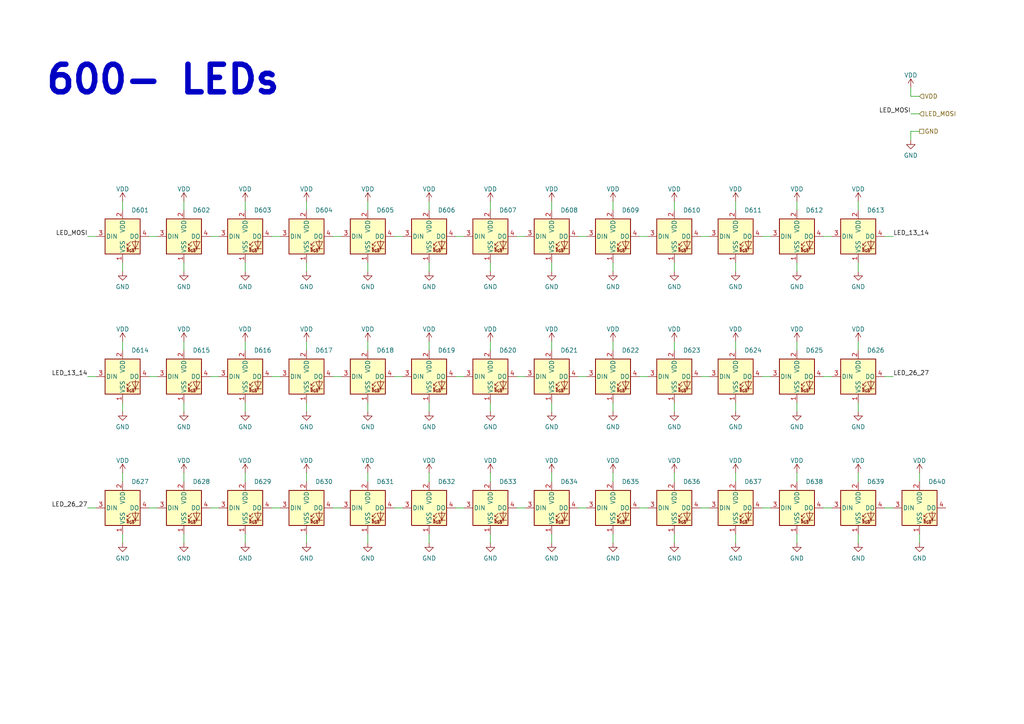
<source format=kicad_sch>
(kicad_sch (version 20230121) (generator eeschema)
  (paper "A4")
  (title_block (title "PMK_Keyboard") (date "2023-02-06") (rev "HW00") (company "PumaCorp") (comment 1 "Design by: NdG"))
  (lib_symbols
    (symbol "Component lib:YF923_2020_WS2812_LED" (pin_names (offset 0.254))
      (property "Reference" "D" (at 5.08 5.715 0))
      (property "Value" "YF923_2020_WS2812_LED" (at 1.27 -5.715 0))
      (symbol "YF923_2020_WS2812_LED_0_0"
        (text "RGB" (at 2.286 -4.191 0) (effects (font (size 0.762 0.762))))
      )
      (symbol "YF923_2020_WS2812_LED_0_1"
        (polyline (pts (xy 1.27 -3.556) (xy 1.778 -3.556)))
        (polyline (pts (xy 1.27 -2.54) (xy 1.778 -2.54)))
        (polyline (pts (xy 4.699 -3.556) (xy 2.667 -3.556)))
        (polyline (pts (xy 2.286 -2.54) (xy 1.27 -3.556) (xy 1.27 -3.048)))
        (polyline (pts (xy 2.286 -1.524) (xy 1.27 -2.54) (xy 1.27 -2.032)))
        (polyline (pts (xy 3.683 -1.016) (xy 3.683 -3.556) (xy 3.683 -4.064)))
        (polyline (pts (xy 4.699 -1.524) (xy 2.667 -1.524) (xy 3.683 -3.556) (xy 4.699 -1.524)))
        (rectangle (start 5.08 5.08) (end -5.08 -5.08) (stroke (width 0.254)) (fill (type background)))
      )
      (symbol "YF923_2020_WS2812_LED_1_1"
        (pin power_in line (at 0 -7.62 90) (length 2.54) (name "VSS") (number "1"))
        (pin power_in line (at 0 7.62 270) (length 2.54) (name "VDD") (number "2"))
        (pin input line (at -7.62 0 0) (length 2.54) (name "DIN") (number "3"))
        (pin output line (at 7.62 0 180) (length 2.54) (name "DO") (number "4"))
      )
    )
    (symbol "power:GND" (power) (pin_names (offset 0))
      (property "Value" "GND" (at 0 -3.81 0))
      (symbol "GND_0_1"
        (polyline (pts (xy 0 0) (xy 0 -1.27) (xy 1.27 -1.27) (xy 0 -2.54) (xy -1.27 -1.27) (xy 0 -1.27)))
      )
      (symbol "GND_1_1"
        (pin power_in line (at 0 0 270) (length 0) hide (name "GND") (number "1"))
      )
    )
    (symbol "power:VDD" (power) (pin_names (offset 0))
      (property "Value" "VDD" (at 0 3.81 0))
      (symbol "VDD_0_1"
        (polyline (pts (xy -0.762 1.27) (xy 0 2.54)))
        (polyline (pts (xy 0 0) (xy 0 2.54)))
        (polyline (pts (xy 0 2.54) (xy 0.762 1.27)))
      )
      (symbol "VDD_1_1"
        (pin power_in line (at 0 0 90) (length 0) hide (name "VDD") (number "1"))
      )
    )
  )
  (wire (pts (xy 142.24 76.2) (xy 142.24 78.74)))
  (wire (pts (xy 149.86 109.22) (xy 152.4 109.22)))
  (wire (pts (xy 124.46 99.06) (xy 124.46 101.6)))
  (wire (pts (xy 238.76 147.32) (xy 241.3 147.32)))
  (wire (pts (xy 88.9 99.06) (xy 88.9 101.6)))
  (wire (pts (xy 35.56 58.42) (xy 35.56 60.96)))
  (wire (pts (xy 231.14 58.42) (xy 231.14 60.96)))
  (wire (pts (xy 124.46 137.16) (xy 124.46 139.7)))
  (wire (pts (xy 231.14 137.16) (xy 231.14 139.7)))
  (wire (pts (xy 213.36 99.06) (xy 213.36 101.6)))
  (wire (pts (xy 132.08 68.58) (xy 134.62 68.58)))
  (wire (pts (xy 195.58 99.06) (xy 195.58 101.6)))
  (wire (pts (xy 177.8 137.16) (xy 177.8 139.7)))
  (wire (pts (xy 160.02 154.94) (xy 160.02 157.48)))
  (wire (pts (xy 213.36 58.42) (xy 213.36 60.96)))
  (wire (pts (xy 35.56 76.2) (xy 35.56 78.74)))
  (wire (pts (xy 195.58 116.84) (xy 195.58 119.38)))
  (wire (pts (xy 167.64 147.32) (xy 170.18 147.32)))
  (wire (pts (xy 114.3 109.22) (xy 116.84 109.22)))
  (wire (pts (xy 71.12 116.84) (xy 71.12 119.38)))
  (wire (pts (xy 203.2 109.22) (xy 205.74 109.22)))
  (wire (pts (xy 106.68 76.2) (xy 106.68 78.74)))
  (wire (pts (xy 106.68 154.94) (xy 106.68 157.48)))
  (wire (pts (xy 203.2 68.58) (xy 205.74 68.58)))
  (wire (pts (xy 149.86 147.32) (xy 152.4 147.32)))
  (wire (pts (xy 167.64 109.22) (xy 170.18 109.22)))
  (wire (pts (xy 96.52 147.32) (xy 99.06 147.32)))
  (wire (pts (xy 203.2 147.32) (xy 205.74 147.32)))
  (wire (pts (xy 71.12 76.2) (xy 71.12 78.74)))
  (wire (pts (xy 264.16 40.64) (xy 264.16 38.1)))
  (wire (pts (xy 88.9 76.2) (xy 88.9 78.74)))
  (wire (pts (xy 185.42 68.58) (xy 187.96 68.58)))
  (wire (pts (xy 114.3 147.32) (xy 116.84 147.32)))
  (wire (pts (xy 160.02 58.42) (xy 160.02 60.96)))
  (wire (pts (xy 88.9 154.94) (xy 88.9 157.48)))
  (wire (pts (xy 60.96 68.58) (xy 63.5 68.58)))
  (wire (pts (xy 231.14 99.06) (xy 231.14 101.6)))
  (wire (pts (xy 264.16 27.94) (xy 266.7 27.94)))
  (wire (pts (xy 256.54 109.22) (xy 259.08 109.22)))
  (wire (pts (xy 167.64 68.58) (xy 170.18 68.58)))
  (wire (pts (xy 195.58 137.16) (xy 195.58 139.7)))
  (wire (pts (xy 43.18 109.22) (xy 45.72 109.22)))
  (wire (pts (xy 142.24 137.16) (xy 142.24 139.7)))
  (wire (pts (xy 88.9 58.42) (xy 88.9 60.96)))
  (wire (pts (xy 195.58 154.94) (xy 195.58 157.48)))
  (wire (pts (xy 256.54 147.32) (xy 259.08 147.32)))
  (wire (pts (xy 96.52 68.58) (xy 99.06 68.58)))
  (wire (pts (xy 142.24 99.06) (xy 142.24 101.6)))
  (wire (pts (xy 53.34 116.84) (xy 53.34 119.38)))
  (wire (pts (xy 160.02 137.16) (xy 160.02 139.7)))
  (wire (pts (xy 213.36 116.84) (xy 213.36 119.38)))
  (wire (pts (xy 106.68 137.16) (xy 106.68 139.7)))
  (wire (pts (xy 35.56 99.06) (xy 35.56 101.6)))
  (wire (pts (xy 53.34 99.06) (xy 53.34 101.6)))
  (wire (pts (xy 35.56 154.94) (xy 35.56 157.48)))
  (wire (pts (xy 71.12 137.16) (xy 71.12 139.7)))
  (wire (pts (xy 177.8 58.42) (xy 177.8 60.96)))
  (wire (pts (xy 88.9 137.16) (xy 88.9 139.7)))
  (wire (pts (xy 195.58 76.2) (xy 195.58 78.74)))
  (wire (pts (xy 213.36 154.94) (xy 213.36 157.48)))
  (wire (pts (xy 106.68 99.06) (xy 106.68 101.6)))
  (wire (pts (xy 71.12 58.42) (xy 71.12 60.96)))
  (wire (pts (xy 53.34 76.2) (xy 53.34 78.74)))
  (wire (pts (xy 238.76 68.58) (xy 241.3 68.58)))
  (wire (pts (xy 142.24 154.94) (xy 142.24 157.48)))
  (wire (pts (xy 114.3 68.58) (xy 116.84 68.58)))
  (wire (pts (xy 25.4 147.32) (xy 27.94 147.32)))
  (wire (pts (xy 132.08 147.32) (xy 134.62 147.32)))
  (wire (pts (xy 35.56 137.16) (xy 35.56 139.7)))
  (wire (pts (xy 195.58 58.42) (xy 195.58 60.96)))
  (wire (pts (xy 264.16 33.02) (xy 266.7 33.02)))
  (wire (pts (xy 231.14 116.84) (xy 231.14 119.38)))
  (wire (pts (xy 248.92 76.2) (xy 248.92 78.74)))
  (wire (pts (xy 35.56 116.84) (xy 35.56 119.38)))
  (wire (pts (xy 160.02 76.2) (xy 160.02 78.74)))
  (wire (pts (xy 60.96 147.32) (xy 63.5 147.32)))
  (wire (pts (xy 264.16 38.1) (xy 266.7 38.1)))
  (wire (pts (xy 88.9 116.84) (xy 88.9 119.38)))
  (wire (pts (xy 266.7 137.16) (xy 266.7 139.7)))
  (wire (pts (xy 264.16 25.4) (xy 264.16 27.94)))
  (wire (pts (xy 71.12 99.06) (xy 71.12 101.6)))
  (wire (pts (xy 213.36 76.2) (xy 213.36 78.74)))
  (wire (pts (xy 248.92 154.94) (xy 248.92 157.48)))
  (wire (pts (xy 266.7 154.94) (xy 266.7 157.48)))
  (wire (pts (xy 124.46 116.84) (xy 124.46 119.38)))
  (wire (pts (xy 53.34 58.42) (xy 53.34 60.96)))
  (wire (pts (xy 124.46 76.2) (xy 124.46 78.74)))
  (wire (pts (xy 106.68 116.84) (xy 106.68 119.38)))
  (wire (pts (xy 78.74 68.58) (xy 81.28 68.58)))
  (wire (pts (xy 231.14 76.2) (xy 231.14 78.74)))
  (wire (pts (xy 177.8 116.84) (xy 177.8 119.38)))
  (wire (pts (xy 185.42 147.32) (xy 187.96 147.32)))
  (wire (pts (xy 60.96 109.22) (xy 63.5 109.22)))
  (wire (pts (xy 231.14 154.94) (xy 231.14 157.48)))
  (wire (pts (xy 185.42 109.22) (xy 187.96 109.22)))
  (wire (pts (xy 96.52 109.22) (xy 99.06 109.22)))
  (wire (pts (xy 160.02 116.84) (xy 160.02 119.38)))
  (wire (pts (xy 238.76 109.22) (xy 241.3 109.22)))
  (wire (pts (xy 43.18 147.32) (xy 45.72 147.32)))
  (wire (pts (xy 160.02 99.06) (xy 160.02 101.6)))
  (wire (pts (xy 25.4 109.22) (xy 27.94 109.22)))
  (wire (pts (xy 25.4 68.58) (xy 27.94 68.58)))
  (wire (pts (xy 220.98 147.32) (xy 223.52 147.32)))
  (wire (pts (xy 124.46 154.94) (xy 124.46 157.48)))
  (wire (pts (xy 132.08 109.22) (xy 134.62 109.22)))
  (wire (pts (xy 149.86 68.58) (xy 152.4 68.58)))
  (wire (pts (xy 248.92 137.16) (xy 248.92 139.7)))
  (wire (pts (xy 53.34 154.94) (xy 53.34 157.48)))
  (wire (pts (xy 142.24 58.42) (xy 142.24 60.96)))
  (wire (pts (xy 142.24 116.84) (xy 142.24 119.38)))
  (wire (pts (xy 256.54 68.58) (xy 259.08 68.58)))
  (wire (pts (xy 43.18 68.58) (xy 45.72 68.58)))
  (wire (pts (xy 177.8 154.94) (xy 177.8 157.48)))
  (wire (pts (xy 53.34 137.16) (xy 53.34 139.7)))
  (wire (pts (xy 71.12 154.94) (xy 71.12 157.48)))
  (wire (pts (xy 124.46 58.42) (xy 124.46 60.96)))
  (wire (pts (xy 177.8 76.2) (xy 177.8 78.74)))
  (wire (pts (xy 248.92 58.42) (xy 248.92 60.96)))
  (wire (pts (xy 248.92 116.84) (xy 248.92 119.38)))
  (wire (pts (xy 248.92 99.06) (xy 248.92 101.6)))
  (wire (pts (xy 220.98 68.58) (xy 223.52 68.58)))
  (wire (pts (xy 78.74 147.32) (xy 81.28 147.32)))
  (wire (pts (xy 177.8 99.06) (xy 177.8 101.6)))
  (wire (pts (xy 220.98 109.22) (xy 223.52 109.22)))
  (wire (pts (xy 213.36 137.16) (xy 213.36 139.7)))
  (wire (pts (xy 78.74 109.22) (xy 81.28 109.22)))
  (wire (pts (xy 106.68 58.42) (xy 106.68 60.96)))
  (text "600- LEDs" (at 12.7 27.94 0) (effects (font (size 8 8) bold) (justify left bottom)))
  (label "LED_13_14" (at 259.08 68.58 0))
  (label "LED_26_27" (at 259.08 109.22 0))
  (label "LED_13_14" (at 25.4 109.22 180))
  (label "LED_MOSI" (at 264.16 33.02 180))
  (label "LED_MOSI" (at 25.4 68.58 180))
  (label "LED_26_27" (at 25.4 147.32 180))
  (hierarchical_label "LED_MOSI" (shape input) (at 266.7 33.02 0))
  (hierarchical_label "VDD" (shape input) (at 266.7 27.94 0))
  (hierarchical_label "GND" (shape passive) (at 266.7 38.1 0))
  (symbol (lib_id "power:VDD") (at 124.46 137.16 0) (unit 1)
    (property "Reference" "#PWR0660" (effects hide))
    (property "Value" "VDD" (at 124.46 133.5842 0))
  )
  (symbol (lib_id "power:VDD") (at 35.56 137.16 0) (unit 1)
    (property "Reference" "#PWR0655" (effects hide))
    (property "Value" "VDD" (at 35.56 133.5842 0))
  )
  (symbol (lib_id "power:GND") (at 142.24 119.38 0) (unit 1)
    (property "Reference" "#PWR0648" (effects hide))
    (property "Value" "GND" (at 142.24 123.8234 0))
  )
  (symbol (lib_id "power:VDD") (at 142.24 99.06 0) (unit 1)
    (property "Reference" "#PWR0635" (effects hide))
    (property "Value" "VDD" (at 142.24 95.4842 0))
  )
  (symbol (lib_id "power:GND") (at 124.46 157.48 0) (unit 1)
    (property "Reference" "#PWR0674" (effects hide))
    (property "Value" "GND" (at 124.46 161.9234 0))
  )
  (symbol (lib_id "Component lib:YF923_2020_WS2812_LED") (at 106.68 68.58 0) (unit 1)
    (property "Reference" "D605" (at 111.76 60.96 0))
    (property "Value" "YF923_2020_WS2812_LED" (effects hide))
    (property "Footprint" "Component_lib:YF923_2020_WS2812_LED_DUALSIDE" (effects hide))
    (property "Datasheet" "https://fr.aliexpress.com/item/4000770210584.html?spm=a2g0o.order_list.order_list_main.4.702f5e5bJqEWkF&gatewayAdapt=glo2fra" (effects hide))
  )
  (symbol (lib_id "power:VDD") (at 35.56 58.42 0) (unit 1)
    (property "Reference" "#PWR0603" (effects hide))
    (property "Value" "VDD" (at 35.56 54.8442 0))
  )
  (symbol (lib_id "power:GND") (at 71.12 157.48 0) (unit 1)
    (property "Reference" "#PWR0671" (effects hide))
    (property "Value" "GND" (at 71.12 161.9234 0))
  )
  (symbol (lib_id "power:VDD") (at 71.12 58.42 0) (unit 1)
    (property "Reference" "#PWR0605" (effects hide))
    (property "Value" "VDD" (at 71.12 54.8442 0))
  )
  (symbol (lib_id "power:GND") (at 106.68 157.48 0) (unit 1)
    (property "Reference" "#PWR0673" (effects hide))
    (property "Value" "GND" (at 106.68 161.9234 0))
  )
  (symbol (lib_id "power:GND") (at 195.58 157.48 0) (unit 1)
    (property "Reference" "#PWR0678" (effects hide))
    (property "Value" "GND" (at 195.58 161.9234 0))
  )
  (symbol (lib_id "Component lib:YF923_2020_WS2812_LED") (at 195.58 68.58 0) (unit 1)
    (property "Reference" "D610" (at 200.66 60.96 0))
    (property "Value" "YF923_2020_WS2812_LED" (effects hide))
    (property "Footprint" "Component_lib:YF923_2020_WS2812_LED_DUALSIDE" (effects hide))
    (property "Datasheet" "https://fr.aliexpress.com/item/4000770210584.html?spm=a2g0o.order_list.order_list_main.4.702f5e5bJqEWkF&gatewayAdapt=glo2fra" (effects hide))
  )
  (symbol (lib_id "Component lib:YF923_2020_WS2812_LED") (at 177.8 68.58 0) (unit 1)
    (property "Reference" "D609" (at 182.88 60.96 0))
    (property "Value" "YF923_2020_WS2812_LED" (effects hide))
    (property "Footprint" "Component_lib:YF923_2020_WS2812_LED_DUALSIDE" (effects hide))
    (property "Datasheet" "https://fr.aliexpress.com/item/4000770210584.html?spm=a2g0o.order_list.order_list_main.4.702f5e5bJqEWkF&gatewayAdapt=glo2fra" (effects hide))
  )
  (symbol (lib_id "Component lib:YF923_2020_WS2812_LED") (at 177.8 109.22 0) (unit 1)
    (property "Reference" "D622" (at 182.88 101.6 0))
    (property "Value" "YF923_2020_WS2812_LED" (effects hide))
    (property "Footprint" "Component_lib:YF923_2020_WS2812_LED_DUALSIDE" (effects hide))
    (property "Datasheet" "https://fr.aliexpress.com/item/4000770210584.html?spm=a2g0o.order_list.order_list_main.4.702f5e5bJqEWkF&gatewayAdapt=glo2fra" (effects hide))
  )
  (symbol (lib_id "power:VDD") (at 124.46 58.42 0) (unit 1)
    (property "Reference" "#PWR0608" (effects hide))
    (property "Value" "VDD" (at 124.46 54.8442 0))
  )
  (symbol (lib_id "Component lib:YF923_2020_WS2812_LED") (at 177.8 147.32 0) (unit 1)
    (property "Reference" "D635" (at 182.88 139.7 0))
    (property "Value" "YF923_2020_WS2812_LED" (effects hide))
    (property "Footprint" "Component_lib:YF923_2020_WS2812_LED_DUALSIDE" (effects hide))
    (property "Datasheet" "https://fr.aliexpress.com/item/4000770210584.html?spm=a2g0o.order_list.order_list_main.4.702f5e5bJqEWkF&gatewayAdapt=glo2fra" (effects hide))
  )
  (symbol (lib_id "Component lib:YF923_2020_WS2812_LED") (at 160.02 109.22 0) (unit 1)
    (property "Reference" "D621" (at 165.1 101.6 0))
    (property "Value" "YF923_2020_WS2812_LED" (effects hide))
    (property "Footprint" "Component_lib:YF923_2020_WS2812_LED_DUALSIDE" (effects hide))
    (property "Datasheet" "https://fr.aliexpress.com/item/4000770210584.html?spm=a2g0o.order_list.order_list_main.4.702f5e5bJqEWkF&gatewayAdapt=glo2fra" (effects hide))
  )
  (symbol (lib_id "Component lib:YF923_2020_WS2812_LED") (at 142.24 68.58 0) (unit 1)
    (property "Reference" "D607" (at 147.32 60.96 0))
    (property "Value" "YF923_2020_WS2812_LED" (effects hide))
    (property "Footprint" "Component_lib:YF923_2020_WS2812_LED_DUALSIDE" (effects hide))
    (property "Datasheet" "https://fr.aliexpress.com/item/4000770210584.html?spm=a2g0o.order_list.order_list_main.4.702f5e5bJqEWkF&gatewayAdapt=glo2fra" (effects hide))
  )
  (symbol (lib_id "power:GND") (at 53.34 157.48 0) (unit 1)
    (property "Reference" "#PWR0670" (effects hide))
    (property "Value" "GND" (at 53.34 161.9234 0))
  )
  (symbol (lib_id "Component lib:YF923_2020_WS2812_LED") (at 106.68 147.32 0) (unit 1)
    (property "Reference" "D631" (at 111.76 139.7 0))
    (property "Value" "YF923_2020_WS2812_LED" (effects hide))
    (property "Footprint" "Component_lib:YF923_2020_WS2812_LED_DUALSIDE" (effects hide))
    (property "Datasheet" "https://fr.aliexpress.com/item/4000770210584.html?spm=a2g0o.order_list.order_list_main.4.702f5e5bJqEWkF&gatewayAdapt=glo2fra" (effects hide))
  )
  (symbol (lib_id "Component lib:YF923_2020_WS2812_LED") (at 248.92 109.22 0) (unit 1)
    (property "Reference" "D626" (at 254 101.6 0))
    (property "Value" "YF923_2020_WS2812_LED" (effects hide))
    (property "Footprint" "Component_lib:YF923_2020_WS2812_LED_DUALSIDE" (effects hide))
    (property "Datasheet" "https://fr.aliexpress.com/item/4000770210584.html?spm=a2g0o.order_list.order_list_main.4.702f5e5bJqEWkF&gatewayAdapt=glo2fra" (effects hide))
  )
  (symbol (lib_id "power:GND") (at 88.9 157.48 0) (unit 1)
    (property "Reference" "#PWR0672" (effects hide))
    (property "Value" "GND" (at 88.9 161.9234 0))
  )
  (symbol (lib_id "Component lib:YF923_2020_WS2812_LED") (at 160.02 68.58 0) (unit 1)
    (property "Reference" "D608" (at 165.1 60.96 0))
    (property "Value" "YF923_2020_WS2812_LED" (effects hide))
    (property "Footprint" "Component_lib:YF923_2020_WS2812_LED_DUALSIDE" (effects hide))
    (property "Datasheet" "https://fr.aliexpress.com/item/4000770210584.html?spm=a2g0o.order_list.order_list_main.4.702f5e5bJqEWkF&gatewayAdapt=glo2fra" (effects hide))
  )
  (symbol (lib_id "power:GND") (at 124.46 119.38 0) (unit 1)
    (property "Reference" "#PWR0647" (effects hide))
    (property "Value" "GND" (at 124.46 123.8234 0))
  )
  (symbol (lib_id "Component lib:YF923_2020_WS2812_LED") (at 248.92 68.58 0) (unit 1)
    (property "Reference" "D613" (at 254 60.96 0))
    (property "Value" "YF923_2020_WS2812_LED" (effects hide))
    (property "Footprint" "Component_lib:YF923_2020_WS2812_LED_DUALSIDE" (effects hide))
    (property "Datasheet" "https://fr.aliexpress.com/item/4000770210584.html?spm=a2g0o.order_list.order_list_main.4.702f5e5bJqEWkF&gatewayAdapt=glo2fra" (effects hide))
  )
  (symbol (lib_id "Component lib:YF923_2020_WS2812_LED") (at 248.92 147.32 0) (unit 1)
    (property "Reference" "D639" (at 254 139.7 0))
    (property "Value" "YF923_2020_WS2812_LED" (effects hide))
    (property "Footprint" "Component_lib:YF923_2020_WS2812_LED_DUALSIDE" (effects hide))
    (property "Datasheet" "https://fr.aliexpress.com/item/4000770210584.html?spm=a2g0o.order_list.order_list_main.4.702f5e5bJqEWkF&gatewayAdapt=glo2fra" (effects hide))
  )
  (symbol (lib_id "power:VDD") (at 248.92 58.42 0) (unit 1)
    (property "Reference" "#PWR0615" (effects hide))
    (property "Value" "VDD" (at 248.92 54.8442 0))
  )
  (symbol (lib_id "Component lib:YF923_2020_WS2812_LED") (at 231.14 147.32 0) (unit 1)
    (property "Reference" "D638" (at 236.22 139.7 0))
    (property "Value" "YF923_2020_WS2812_LED" (effects hide))
    (property "Footprint" "Component_lib:YF923_2020_WS2812_LED_DUALSIDE" (effects hide))
    (property "Datasheet" "https://fr.aliexpress.com/item/4000770210584.html?spm=a2g0o.order_list.order_list_main.4.702f5e5bJqEWkF&gatewayAdapt=glo2fra" (effects hide))
  )
  (symbol (lib_id "power:VDD") (at 53.34 137.16 0) (unit 1)
    (property "Reference" "#PWR0656" (effects hide))
    (property "Value" "VDD" (at 53.34 133.5842 0))
  )
  (symbol (lib_id "Component lib:YF923_2020_WS2812_LED") (at 160.02 147.32 0) (unit 1)
    (property "Reference" "D634" (at 165.1 139.7 0))
    (property "Value" "YF923_2020_WS2812_LED" (effects hide))
    (property "Footprint" "Component_lib:YF923_2020_WS2812_LED_DUALSIDE" (effects hide))
    (property "Datasheet" "https://fr.aliexpress.com/item/4000770210584.html?spm=a2g0o.order_list.order_list_main.4.702f5e5bJqEWkF&gatewayAdapt=glo2fra" (effects hide))
  )
  (symbol (lib_id "power:GND") (at 142.24 157.48 0) (unit 1)
    (property "Reference" "#PWR0675" (effects hide))
    (property "Value" "GND" (at 142.24 161.9234 0))
  )
  (symbol (lib_id "Component lib:YF923_2020_WS2812_LED") (at 124.46 147.32 0) (unit 1)
    (property "Reference" "D632" (at 129.54 139.7 0))
    (property "Value" "YF923_2020_WS2812_LED" (effects hide))
    (property "Footprint" "Component_lib:YF923_2020_WS2812_LED_DUALSIDE" (effects hide))
    (property "Datasheet" "https://fr.aliexpress.com/item/4000770210584.html?spm=a2g0o.order_list.order_list_main.4.702f5e5bJqEWkF&gatewayAdapt=glo2fra" (effects hide))
  )
  (symbol (lib_id "power:VDD") (at 35.56 99.06 0) (unit 1)
    (property "Reference" "#PWR0629" (effects hide))
    (property "Value" "VDD" (at 35.56 95.4842 0))
  )
  (symbol (lib_id "Component lib:YF923_2020_WS2812_LED") (at 71.12 147.32 0) (unit 1)
    (property "Reference" "D629" (at 76.2 139.7 0))
    (property "Value" "YF923_2020_WS2812_LED" (effects hide))
    (property "Footprint" "Component_lib:YF923_2020_WS2812_LED_DUALSIDE" (effects hide))
    (property "Datasheet" "https://fr.aliexpress.com/item/4000770210584.html?spm=a2g0o.order_list.order_list_main.4.702f5e5bJqEWkF&gatewayAdapt=glo2fra" (effects hide))
  )
  (symbol (lib_id "power:VDD") (at 264.16 25.4 0) (unit 1)
    (property "Reference" "#PWR0601" (effects hide))
    (property "Value" "VDD" (at 264.16 21.8242 0))
  )
  (symbol (lib_id "power:GND") (at 248.92 157.48 0) (unit 1)
    (property "Reference" "#PWR0681" (effects hide))
    (property "Value" "GND" (at 248.92 161.9234 0))
  )
  (symbol (lib_id "power:VDD") (at 124.46 99.06 0) (unit 1)
    (property "Reference" "#PWR0634" (effects hide))
    (property "Value" "VDD" (at 124.46 95.4842 0))
  )
  (symbol (lib_id "Component lib:YF923_2020_WS2812_LED") (at 35.56 109.22 0) (unit 1)
    (property "Reference" "D614" (at 40.64 101.6 0))
    (property "Value" "YF923_2020_WS2812_LED" (effects hide))
    (property "Footprint" "Component_lib:YF923_2020_WS2812_LED_DUALSIDE" (effects hide))
    (property "Datasheet" "https://fr.aliexpress.com/item/4000770210584.html?spm=a2g0o.order_list.order_list_main.4.702f5e5bJqEWkF&gatewayAdapt=glo2fra" (effects hide))
  )
  (symbol (lib_id "power:GND") (at 35.56 119.38 0) (unit 1)
    (property "Reference" "#PWR0642" (effects hide))
    (property "Value" "GND" (at 35.56 123.8234 0))
  )
  (symbol (lib_id "power:GND") (at 266.7 157.48 0) (unit 1)
    (property "Reference" "#PWR0682" (effects hide))
    (property "Value" "GND" (at 266.7 161.9234 0))
  )
  (symbol (lib_id "power:VDD") (at 231.14 137.16 0) (unit 1)
    (property "Reference" "#PWR0666" (effects hide))
    (property "Value" "VDD" (at 231.14 133.5842 0))
  )
  (symbol (lib_id "Component lib:YF923_2020_WS2812_LED") (at 106.68 109.22 0) (unit 1)
    (property "Reference" "D618" (at 111.76 101.6 0))
    (property "Value" "YF923_2020_WS2812_LED" (effects hide))
    (property "Footprint" "Component_lib:YF923_2020_WS2812_LED_DUALSIDE" (effects hide))
    (property "Datasheet" "https://fr.aliexpress.com/item/4000770210584.html?spm=a2g0o.order_list.order_list_main.4.702f5e5bJqEWkF&gatewayAdapt=glo2fra" (effects hide))
  )
  (symbol (lib_id "Component lib:YF923_2020_WS2812_LED") (at 88.9 68.58 0) (unit 1)
    (property "Reference" "D604" (at 93.98 60.96 0))
    (property "Value" "YF923_2020_WS2812_LED" (effects hide))
    (property "Footprint" "Component_lib:YF923_2020_WS2812_LED_DUALSIDE" (effects hide))
    (property "Datasheet" "https://fr.aliexpress.com/item/4000770210584.html?spm=a2g0o.order_list.order_list_main.4.702f5e5bJqEWkF&gatewayAdapt=glo2fra" (effects hide))
  )
  (symbol (lib_id "power:GND") (at 264.16 40.64 0) (unit 1)
    (property "Reference" "#PWR0602" (effects hide))
    (property "Value" "GND" (at 264.16 45.0834 0))
  )
  (symbol (lib_id "power:GND") (at 177.8 157.48 0) (unit 1)
    (property "Reference" "#PWR0677" (effects hide))
    (property "Value" "GND" (at 177.8 161.9234 0))
  )
  (symbol (lib_id "power:GND") (at 124.46 78.74 0) (unit 1)
    (property "Reference" "#PWR0621" (effects hide))
    (property "Value" "GND" (at 124.46 83.1834 0))
  )
  (symbol (lib_id "power:VDD") (at 195.58 99.06 0) (unit 1)
    (property "Reference" "#PWR0638" (effects hide))
    (property "Value" "VDD" (at 195.58 95.4842 0))
  )
  (symbol (lib_id "Component lib:YF923_2020_WS2812_LED") (at 71.12 109.22 0) (unit 1)
    (property "Reference" "D616" (at 76.2 101.6 0))
    (property "Value" "YF923_2020_WS2812_LED" (effects hide))
    (property "Footprint" "Component_lib:YF923_2020_WS2812_LED_DUALSIDE" (effects hide))
    (property "Datasheet" "https://fr.aliexpress.com/item/4000770210584.html?spm=a2g0o.order_list.order_list_main.4.702f5e5bJqEWkF&gatewayAdapt=glo2fra" (effects hide))
  )
  (symbol (lib_id "power:GND") (at 195.58 119.38 0) (unit 1)
    (property "Reference" "#PWR0651" (effects hide))
    (property "Value" "GND" (at 195.58 123.8234 0))
  )
  (symbol (lib_id "Component lib:YF923_2020_WS2812_LED") (at 142.24 147.32 0) (unit 1)
    (property "Reference" "D633" (at 147.32 139.7 0))
    (property "Value" "YF923_2020_WS2812_LED" (effects hide))
    (property "Footprint" "Component_lib:YF923_2020_WS2812_LED_DUALSIDE" (effects hide))
    (property "Datasheet" "https://fr.aliexpress.com/item/4000770210584.html?spm=a2g0o.order_list.order_list_main.4.702f5e5bJqEWkF&gatewayAdapt=glo2fra" (effects hide))
  )
  (symbol (lib_id "power:GND") (at 53.34 119.38 0) (unit 1)
    (property "Reference" "#PWR0643" (effects hide))
    (property "Value" "GND" (at 53.34 123.8234 0))
  )
  (symbol (lib_id "Component lib:YF923_2020_WS2812_LED") (at 213.36 109.22 0) (unit 1)
    (property "Reference" "D624" (at 218.44 101.6 0))
    (property "Value" "YF923_2020_WS2812_LED" (effects hide))
    (property "Footprint" "Component_lib:YF923_2020_WS2812_LED_DUALSIDE" (effects hide))
    (property "Datasheet" "https://fr.aliexpress.com/item/4000770210584.html?spm=a2g0o.order_list.order_list_main.4.702f5e5bJqEWkF&gatewayAdapt=glo2fra" (effects hide))
  )
  (symbol (lib_id "power:VDD") (at 248.92 137.16 0) (unit 1)
    (property "Reference" "#PWR0667" (effects hide))
    (property "Value" "VDD" (at 248.92 133.5842 0))
  )
  (symbol (lib_id "Component lib:YF923_2020_WS2812_LED") (at 231.14 68.58 0) (unit 1)
    (property "Reference" "D612" (at 236.22 60.96 0))
    (property "Value" "YF923_2020_WS2812_LED" (effects hide))
    (property "Footprint" "Component_lib:YF923_2020_WS2812_LED_DUALSIDE" (effects hide))
    (property "Datasheet" "https://fr.aliexpress.com/item/4000770210584.html?spm=a2g0o.order_list.order_list_main.4.702f5e5bJqEWkF&gatewayAdapt=glo2fra" (effects hide))
  )
  (symbol (lib_id "Component lib:YF923_2020_WS2812_LED") (at 124.46 109.22 0) (unit 1)
    (property "Reference" "D619" (at 129.54 101.6 0))
    (property "Value" "YF923_2020_WS2812_LED" (effects hide))
    (property "Footprint" "Component_lib:YF923_2020_WS2812_LED_DUALSIDE" (effects hide))
    (property "Datasheet" "https://fr.aliexpress.com/item/4000770210584.html?spm=a2g0o.order_list.order_list_main.4.702f5e5bJqEWkF&gatewayAdapt=glo2fra" (effects hide))
  )
  (symbol (lib_id "power:GND") (at 231.14 78.74 0) (unit 1)
    (property "Reference" "#PWR0627" (effects hide))
    (property "Value" "GND" (at 231.14 83.1834 0))
  )
  (symbol (lib_id "power:VDD") (at 195.58 58.42 0) (unit 1)
    (property "Reference" "#PWR0612" (effects hide))
    (property "Value" "VDD" (at 195.58 54.8442 0))
  )
  (symbol (lib_id "Component lib:YF923_2020_WS2812_LED") (at 142.24 109.22 0) (unit 1)
    (property "Reference" "D620" (at 147.32 101.6 0))
    (property "Value" "YF923_2020_WS2812_LED" (effects hide))
    (property "Footprint" "Component_lib:YF923_2020_WS2812_LED_DUALSIDE" (effects hide))
    (property "Datasheet" "https://fr.aliexpress.com/item/4000770210584.html?spm=a2g0o.order_list.order_list_main.4.702f5e5bJqEWkF&gatewayAdapt=glo2fra" (effects hide))
  )
  (symbol (lib_id "power:GND") (at 177.8 78.74 0) (unit 1)
    (property "Reference" "#PWR0624" (effects hide))
    (property "Value" "GND" (at 177.8 83.1834 0))
  )
  (symbol (lib_id "power:VDD") (at 106.68 58.42 0) (unit 1)
    (property "Reference" "#PWR0607" (effects hide))
    (property "Value" "VDD" (at 106.68 54.8442 0))
  )
  (symbol (lib_id "power:VDD") (at 88.9 99.06 0) (unit 1)
    (property "Reference" "#PWR0632" (effects hide))
    (property "Value" "VDD" (at 88.9 95.4842 0))
  )
  (symbol (lib_id "Component lib:YF923_2020_WS2812_LED") (at 213.36 68.58 0) (unit 1)
    (property "Reference" "D611" (at 218.44 60.96 0))
    (property "Value" "YF923_2020_WS2812_LED" (effects hide))
    (property "Footprint" "Component_lib:YF923_2020_WS2812_LED_DUALSIDE" (effects hide))
    (property "Datasheet" "https://fr.aliexpress.com/item/4000770210584.html?spm=a2g0o.order_list.order_list_main.4.702f5e5bJqEWkF&gatewayAdapt=glo2fra" (effects hide))
  )
  (symbol (lib_id "power:GND") (at 177.8 119.38 0) (unit 1)
    (property "Reference" "#PWR0650" (effects hide))
    (property "Value" "GND" (at 177.8 123.8234 0))
  )
  (symbol (lib_id "power:VDD") (at 266.7 137.16 0) (unit 1)
    (property "Reference" "#PWR0668" (effects hide))
    (property "Value" "VDD" (at 266.7 133.5842 0))
  )
  (symbol (lib_id "power:VDD") (at 213.36 58.42 0) (unit 1)
    (property "Reference" "#PWR0613" (effects hide))
    (property "Value" "VDD" (at 213.36 54.8442 0))
  )
  (symbol (lib_id "Component lib:YF923_2020_WS2812_LED") (at 53.34 68.58 0) (unit 1)
    (property "Reference" "D602" (at 58.42 60.96 0))
    (property "Value" "YF923_2020_WS2812_LED" (effects hide))
    (property "Footprint" "Component_lib:YF923_2020_WS2812_LED_DUALSIDE" (effects hide))
    (property "Datasheet" "https://fr.aliexpress.com/item/4000770210584.html?spm=a2g0o.order_list.order_list_main.4.702f5e5bJqEWkF&gatewayAdapt=glo2fra" (effects hide))
  )
  (symbol (lib_id "Component lib:YF923_2020_WS2812_LED") (at 124.46 68.58 0) (unit 1)
    (property "Reference" "D606" (at 129.54 60.96 0))
    (property "Value" "YF923_2020_WS2812_LED" (effects hide))
    (property "Footprint" "Component_lib:YF923_2020_WS2812_LED_DUALSIDE" (effects hide))
    (property "Datasheet" "https://fr.aliexpress.com/item/4000770210584.html?spm=a2g0o.order_list.order_list_main.4.702f5e5bJqEWkF&gatewayAdapt=glo2fra" (effects hide))
  )
  (symbol (lib_id "power:VDD") (at 53.34 58.42 0) (unit 1)
    (property "Reference" "#PWR0604" (effects hide))
    (property "Value" "VDD" (at 53.34 54.8442 0))
  )
  (symbol (lib_id "power:VDD") (at 213.36 99.06 0) (unit 1)
    (property "Reference" "#PWR0639" (effects hide))
    (property "Value" "VDD" (at 213.36 95.4842 0))
  )
  (symbol (lib_id "power:VDD") (at 160.02 137.16 0) (unit 1)
    (property "Reference" "#PWR0662" (effects hide))
    (property "Value" "VDD" (at 160.02 133.5842 0))
  )
  (symbol (lib_id "power:GND") (at 106.68 119.38 0) (unit 1)
    (property "Reference" "#PWR0646" (effects hide))
    (property "Value" "GND" (at 106.68 123.8234 0))
  )
  (symbol (lib_id "Component lib:YF923_2020_WS2812_LED") (at 35.56 147.32 0) (unit 1)
    (property "Reference" "D627" (at 40.64 139.7 0))
    (property "Value" "YF923_2020_WS2812_LED" (effects hide))
    (property "Footprint" "Component_lib:YF923_2020_WS2812_LED_DUALSIDE" (effects hide))
    (property "Datasheet" "https://fr.aliexpress.com/item/4000770210584.html?spm=a2g0o.order_list.order_list_main.4.702f5e5bJqEWkF&gatewayAdapt=glo2fra" (effects hide))
  )
  (symbol (lib_id "power:GND") (at 88.9 119.38 0) (unit 1)
    (property "Reference" "#PWR0645" (effects hide))
    (property "Value" "GND" (at 88.9 123.8234 0))
  )
  (symbol (lib_id "power:GND") (at 88.9 78.74 0) (unit 1)
    (property "Reference" "#PWR0619" (effects hide))
    (property "Value" "GND" (at 88.9 83.1834 0))
  )
  (symbol (lib_id "Component lib:YF923_2020_WS2812_LED") (at 35.56 68.58 0) (unit 1)
    (property "Reference" "D601" (at 40.64 60.96 0))
    (property "Value" "YF923_2020_WS2812_LED" (effects hide))
    (property "Footprint" "Component_lib:YF923_2020_WS2812_LED_DUALSIDE" (effects hide))
    (property "Datasheet" "https://fr.aliexpress.com/item/4000770210584.html?spm=a2g0o.order_list.order_list_main.4.702f5e5bJqEWkF&gatewayAdapt=glo2fra" (effects hide))
  )
  (symbol (lib_id "power:VDD") (at 88.9 58.42 0) (unit 1)
    (property "Reference" "#PWR0606" (effects hide))
    (property "Value" "VDD" (at 88.9 54.8442 0))
  )
  (symbol (lib_id "power:VDD") (at 177.8 137.16 0) (unit 1)
    (property "Reference" "#PWR0663" (effects hide))
    (property "Value" "VDD" (at 177.8 133.5842 0))
  )
  (symbol (lib_id "power:VDD") (at 71.12 137.16 0) (unit 1)
    (property "Reference" "#PWR0657" (effects hide))
    (property "Value" "VDD" (at 71.12 133.5842 0))
  )
  (symbol (lib_id "power:VDD") (at 142.24 137.16 0) (unit 1)
    (property "Reference" "#PWR0661" (effects hide))
    (property "Value" "VDD" (at 142.24 133.5842 0))
  )
  (symbol (lib_id "power:GND") (at 231.14 157.48 0) (unit 1)
    (property "Reference" "#PWR0680" (effects hide))
    (property "Value" "GND" (at 231.14 161.9234 0))
  )
  (symbol (lib_id "Component lib:YF923_2020_WS2812_LED") (at 195.58 109.22 0) (unit 1)
    (property "Reference" "D623" (at 200.66 101.6 0))
    (property "Value" "YF923_2020_WS2812_LED" (effects hide))
    (property "Footprint" "Component_lib:YF923_2020_WS2812_LED_DUALSIDE" (effects hide))
    (property "Datasheet" "https://fr.aliexpress.com/item/4000770210584.html?spm=a2g0o.order_list.order_list_main.4.702f5e5bJqEWkF&gatewayAdapt=glo2fra" (effects hide))
  )
  (symbol (lib_id "Component lib:YF923_2020_WS2812_LED") (at 195.58 147.32 0) (unit 1)
    (property "Reference" "D636" (at 200.66 139.7 0))
    (property "Value" "YF923_2020_WS2812_LED" (effects hide))
    (property "Footprint" "Component_lib:YF923_2020_WS2812_LED_DUALSIDE" (effects hide))
    (property "Datasheet" "https://fr.aliexpress.com/item/4000770210584.html?spm=a2g0o.order_list.order_list_main.4.702f5e5bJqEWkF&gatewayAdapt=glo2fra" (effects hide))
  )
  (symbol (lib_id "power:VDD") (at 213.36 137.16 0) (unit 1)
    (property "Reference" "#PWR0665" (effects hide))
    (property "Value" "VDD" (at 213.36 133.5842 0))
  )
  (symbol (lib_id "power:GND") (at 248.92 119.38 0) (unit 1)
    (property "Reference" "#PWR0654" (effects hide))
    (property "Value" "GND" (at 248.92 123.8234 0))
  )
  (symbol (lib_id "power:GND") (at 213.36 78.74 0) (unit 1)
    (property "Reference" "#PWR0626" (effects hide))
    (property "Value" "GND" (at 213.36 83.1834 0))
  )
  (symbol (lib_id "power:GND") (at 35.56 78.74 0) (unit 1)
    (property "Reference" "#PWR0616" (effects hide))
    (property "Value" "GND" (at 35.56 83.1834 0))
  )
  (symbol (lib_id "power:VDD") (at 53.34 99.06 0) (unit 1)
    (property "Reference" "#PWR0630" (effects hide))
    (property "Value" "VDD" (at 53.34 95.4842 0))
  )
  (symbol (lib_id "power:VDD") (at 88.9 137.16 0) (unit 1)
    (property "Reference" "#PWR0658" (effects hide))
    (property "Value" "VDD" (at 88.9 133.5842 0))
  )
  (symbol (lib_id "power:GND") (at 71.12 78.74 0) (unit 1)
    (property "Reference" "#PWR0618" (effects hide))
    (property "Value" "GND" (at 71.12 83.1834 0))
  )
  (symbol (lib_id "Component lib:YF923_2020_WS2812_LED") (at 266.7 147.32 0) (unit 1)
    (property "Reference" "D640" (at 271.78 139.7 0))
    (property "Value" "YF923_2020_WS2812_LED" (effects hide))
    (property "Footprint" "Component_lib:YF923_2020_WS2812_LED_DUALSIDE" (effects hide))
    (property "Datasheet" "https://fr.aliexpress.com/item/4000770210584.html?spm=a2g0o.order_list.order_list_main.4.702f5e5bJqEWkF&gatewayAdapt=glo2fra" (effects hide))
  )
  (symbol (lib_id "power:GND") (at 213.36 157.48 0) (unit 1)
    (property "Reference" "#PWR0679" (effects hide))
    (property "Value" "GND" (at 213.36 161.9234 0))
  )
  (symbol (lib_id "power:VDD") (at 106.68 99.06 0) (unit 1)
    (property "Reference" "#PWR0633" (effects hide))
    (property "Value" "VDD" (at 106.68 95.4842 0))
  )
  (symbol (lib_id "power:GND") (at 160.02 119.38 0) (unit 1)
    (property "Reference" "#PWR0649" (effects hide))
    (property "Value" "GND" (at 160.02 123.8234 0))
  )
  (symbol (lib_id "Component lib:YF923_2020_WS2812_LED") (at 88.9 147.32 0) (unit 1)
    (property "Reference" "D630" (at 93.98 139.7 0))
    (property "Value" "YF923_2020_WS2812_LED" (effects hide))
    (property "Footprint" "Component_lib:YF923_2020_WS2812_LED_DUALSIDE" (effects hide))
    (property "Datasheet" "https://fr.aliexpress.com/item/4000770210584.html?spm=a2g0o.order_list.order_list_main.4.702f5e5bJqEWkF&gatewayAdapt=glo2fra" (effects hide))
  )
  (symbol (lib_id "power:GND") (at 248.92 78.74 0) (unit 1)
    (property "Reference" "#PWR0628" (effects hide))
    (property "Value" "GND" (at 248.92 83.1834 0))
  )
  (symbol (lib_id "power:VDD") (at 195.58 137.16 0) (unit 1)
    (property "Reference" "#PWR0664" (effects hide))
    (property "Value" "VDD" (at 195.58 133.5842 0))
  )
  (symbol (lib_id "power:VDD") (at 142.24 58.42 0) (unit 1)
    (property "Reference" "#PWR0609" (effects hide))
    (property "Value" "VDD" (at 142.24 54.8442 0))
  )
  (symbol (lib_id "Component lib:YF923_2020_WS2812_LED") (at 53.34 147.32 0) (unit 1)
    (property "Reference" "D628" (at 58.42 139.7 0))
    (property "Value" "YF923_2020_WS2812_LED" (effects hide))
    (property "Footprint" "Component_lib:YF923_2020_WS2812_LED_DUALSIDE" (effects hide))
    (property "Datasheet" "https://fr.aliexpress.com/item/4000770210584.html?spm=a2g0o.order_list.order_list_main.4.702f5e5bJqEWkF&gatewayAdapt=glo2fra" (effects hide))
  )
  (symbol (lib_id "power:GND") (at 213.36 119.38 0) (unit 1)
    (property "Reference" "#PWR0652" (effects hide))
    (property "Value" "GND" (at 213.36 123.8234 0))
  )
  (symbol (lib_id "power:VDD") (at 177.8 99.06 0) (unit 1)
    (property "Reference" "#PWR0637" (effects hide))
    (property "Value" "VDD" (at 177.8 95.4842 0))
  )
  (symbol (lib_id "power:GND") (at 195.58 78.74 0) (unit 1)
    (property "Reference" "#PWR0625" (effects hide))
    (property "Value" "GND" (at 195.58 83.1834 0))
  )
  (symbol (lib_id "Component lib:YF923_2020_WS2812_LED") (at 53.34 109.22 0) (unit 1)
    (property "Reference" "D615" (at 58.42 101.6 0))
    (property "Value" "YF923_2020_WS2812_LED" (effects hide))
    (property "Footprint" "Component_lib:YF923_2020_WS2812_LED_DUALSIDE" (effects hide))
    (property "Datasheet" "https://fr.aliexpress.com/item/4000770210584.html?spm=a2g0o.order_list.order_list_main.4.702f5e5bJqEWkF&gatewayAdapt=glo2fra" (effects hide))
  )
  (symbol (lib_id "power:GND") (at 71.12 119.38 0) (unit 1)
    (property "Reference" "#PWR0644" (effects hide))
    (property "Value" "GND" (at 71.12 123.8234 0))
  )
  (symbol (lib_id "power:GND") (at 231.14 119.38 0) (unit 1)
    (property "Reference" "#PWR0653" (effects hide))
    (property "Value" "GND" (at 231.14 123.8234 0))
  )
  (symbol (lib_id "power:VDD") (at 231.14 58.42 0) (unit 1)
    (property "Reference" "#PWR0614" (effects hide))
    (property "Value" "VDD" (at 231.14 54.8442 0))
  )
  (symbol (lib_id "power:VDD") (at 231.14 99.06 0) (unit 1)
    (property "Reference" "#PWR0640" (effects hide))
    (property "Value" "VDD" (at 231.14 95.4842 0))
  )
  (symbol (lib_id "power:VDD") (at 160.02 99.06 0) (unit 1)
    (property "Reference" "#PWR0636" (effects hide))
    (property "Value" "VDD" (at 160.02 95.4842 0))
  )
  (symbol (lib_id "power:GND") (at 106.68 78.74 0) (unit 1)
    (property "Reference" "#PWR0620" (effects hide))
    (property "Value" "GND" (at 106.68 83.1834 0))
  )
  (symbol (lib_id "power:VDD") (at 71.12 99.06 0) (unit 1)
    (property "Reference" "#PWR0631" (effects hide))
    (property "Value" "VDD" (at 71.12 95.4842 0))
  )
  (symbol (lib_id "Component lib:YF923_2020_WS2812_LED") (at 88.9 109.22 0) (unit 1)
    (property "Reference" "D617" (at 93.98 101.6 0))
    (property "Value" "YF923_2020_WS2812_LED" (effects hide))
    (property "Footprint" "Component_lib:YF923_2020_WS2812_LED_DUALSIDE" (effects hide))
    (property "Datasheet" "https://fr.aliexpress.com/item/4000770210584.html?spm=a2g0o.order_list.order_list_main.4.702f5e5bJqEWkF&gatewayAdapt=glo2fra" (effects hide))
  )
  (symbol (lib_id "power:VDD") (at 106.68 137.16 0) (unit 1)
    (property "Reference" "#PWR0659" (effects hide))
    (property "Value" "VDD" (at 106.68 133.5842 0))
  )
  (symbol (lib_id "Component lib:YF923_2020_WS2812_LED") (at 231.14 109.22 0) (unit 1)
    (property "Reference" "D625" (at 236.22 101.6 0))
    (property "Value" "YF923_2020_WS2812_LED" (effects hide))
    (property "Footprint" "Component_lib:YF923_2020_WS2812_LED_DUALSIDE" (effects hide))
    (property "Datasheet" "https://fr.aliexpress.com/item/4000770210584.html?spm=a2g0o.order_list.order_list_main.4.702f5e5bJqEWkF&gatewayAdapt=glo2fra" (effects hide))
  )
  (symbol (lib_id "power:GND") (at 35.56 157.48 0) (unit 1)
    (property "Reference" "#PWR0669" (effects hide))
    (property "Value" "GND" (at 35.56 161.9234 0))
  )
  (symbol (lib_id "power:VDD") (at 177.8 58.42 0) (unit 1)
    (property "Reference" "#PWR0611" (effects hide))
    (property "Value" "VDD" (at 177.8 54.8442 0))
  )
  (symbol (lib_id "power:VDD") (at 160.02 58.42 0) (unit 1)
    (property "Reference" "#PWR0610" (effects hide))
    (property "Value" "VDD" (at 160.02 54.8442 0))
  )
  (symbol (lib_id "power:GND") (at 142.24 78.74 0) (unit 1)
    (property "Reference" "#PWR0622" (effects hide))
    (property "Value" "GND" (at 142.24 83.1834 0))
  )
  (symbol (lib_id "power:VDD") (at 248.92 99.06 0) (unit 1)
    (property "Reference" "#PWR0641" (effects hide))
    (property "Value" "VDD" (at 248.92 95.4842 0))
  )
  (symbol (lib_id "power:GND") (at 53.34 78.74 0) (unit 1)
    (property "Reference" "#PWR0617" (effects hide))
    (property "Value" "GND" (at 53.34 83.1834 0))
  )
  (symbol (lib_id "power:GND") (at 160.02 157.48 0) (unit 1)
    (property "Reference" "#PWR0676" (effects hide))
    (property "Value" "GND" (at 160.02 161.9234 0))
  )
  (symbol (lib_id "Component lib:YF923_2020_WS2812_LED") (at 213.36 147.32 0) (unit 1)
    (property "Reference" "D637" (at 218.44 139.7 0))
    (property "Value" "YF923_2020_WS2812_LED" (effects hide))
    (property "Footprint" "Component_lib:YF923_2020_WS2812_LED_DUALSIDE" (effects hide))
    (property "Datasheet" "https://fr.aliexpress.com/item/4000770210584.html?spm=a2g0o.order_list.order_list_main.4.702f5e5bJqEWkF&gatewayAdapt=glo2fra" (effects hide))
  )
  (symbol (lib_id "power:GND") (at 160.02 78.74 0) (unit 1)
    (property "Reference" "#PWR0623" (effects hide))
    (property "Value" "GND" (at 160.02 83.1834 0))
  )
  (symbol (lib_id "Component lib:YF923_2020_WS2812_LED") (at 71.12 68.58 0) (unit 1)
    (property "Reference" "D603" (at 76.2 60.96 0))
    (property "Value" "YF923_2020_WS2812_LED" (effects hide))
    (property "Footprint" "Component_lib:YF923_2020_WS2812_LED_DUALSIDE" (effects hide))
    (property "Datasheet" "https://fr.aliexpress.com/item/4000770210584.html?spm=a2g0o.order_list.order_list_main.4.702f5e5bJqEWkF&gatewayAdapt=glo2fra" (effects hide))
  )
)
</source>
